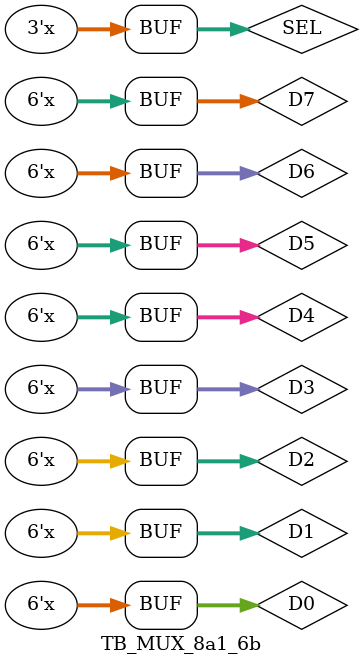
<source format=v>
`timescale 1ns / 1ps


module TB_MUX_8a1_6b(

    );
    
    // inputs
    reg [2:0] SEL;
    reg [5:0] D0, D1, D2, D3, D4, D5, D6, D7;
    
    // outputs
    wire [5:0] out;

    // instantiate
    Mux_8a1 UUT (SEL, D0, D1, D2, D3, D4, D5, D6, D7, out);

    // stimulus
    initial begin 
        D0 = 6'd0;
        D1 = 6'd1;
        D2 = 6'd2;
        D3 = 6'd3;
        D4 = 6'd4;
        D5 = 6'd5;
        D6 = 6'd6;
        D7 = 6'd7;        
        SEL = 6'b000;
    end
    
    always #10 SEL[0] = ~SEL[0];
    always #20 SEL[1] = ~SEL[1];
    always #40 SEL[2] = ~SEL[2];
    
    always #80 D0 = ~D0;
    always #160 D1 = ~D1;
    always #320 D2 = ~D2;
    always #640 D3 = ~D3;
    always #1280 D4 = ~D4;
    always #2560 D5 = ~D5;
    always #5120 D6 = ~D6;
    always #10240 D7 = ~D7;
    
endmodule

</source>
